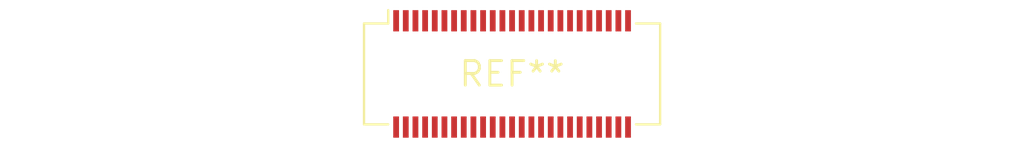
<source format=kicad_pcb>
(kicad_pcb (version 20240108) (generator pcbnew)
  (layers (0 "F.Cu" signal) (31 "B.Cu" signal) (34 "B.Paste" user) (35 "F.Paste" user) (36 "B.SilkS" user "B.Silkscreen") (37 "F.SilkS" user "F.Silkscreen") (38 "B.Mask" user) (39 "F.Mask" user) (44 "Edge.Cuts" user))
  (net 0 "")
  (footprint "Molex_SlimStack_54722-0504_2x25_P0.50mm_Vertical" (layer "F.Cu") (at 0 0)
    (property "Reference" "REF**")
    (property "Value" "Molex_SlimStack_54722-0504_2x25_P0.50mm_Vertical")
    (fp_line (start -7.66 -2.61) (end -6.41 -2.61) (layer "F.SilkS") (stroke (width 0.12)))
    (fp_line (start -7.66 2.61) (end -7.66 -2.61) (layer "F.SilkS") (stroke (width 0.12)))
    (fp_line (start -6.41 -2.61) (end -6.41 -3.3) (layer "F.SilkS") (stroke (width 0.12)))
    (fp_line (start -6.41 2.61) (end -7.66 2.61) (layer "F.SilkS") (stroke (width 0.12)))
    (fp_line (start 6.41 2.61) (end 7.66 2.61) (layer "F.SilkS") (stroke (width 0.12)))
    (fp_line (start 7.66 -2.61) (end 6.41 -2.61) (layer "F.SilkS") (stroke (width 0.12)))
    (fp_line (start 7.66 2.61) (end 7.66 -2.61) (layer "F.SilkS") (stroke (width 0.12)))
    (pad "1" smd rect (at -6 -2.75) (size 0.3 1.1) (layers "F.Cu" "F.Paste" "F.Mask"))
    (pad "2" smd rect (at -6 2.75) (size 0.3 1.1) (layers "F.Cu" "F.Paste" "F.Mask"))
    (pad "3" smd rect (at -5.5 -2.75) (size 0.3 1.1) (layers "F.Cu" "F.Paste" "F.Mask"))
    (pad "4" smd rect (at -5.5 2.75) (size 0.3 1.1) (layers "F.Cu" "F.Paste" "F.Mask"))
    (pad "5" smd rect (at -5 -2.75) (size 0.3 1.1) (layers "F.Cu" "F.Paste" "F.Mask"))
    (pad "6" smd rect (at -5 2.75) (size 0.3 1.1) (layers "F.Cu" "F.Paste" "F.Mask"))
    (pad "7" smd rect (at -4.5 -2.75) (size 0.3 1.1) (layers "F.Cu" "F.Paste" "F.Mask"))
    (pad "8" smd rect (at -4.5 2.75) (size 0.3 1.1) (layers "F.Cu" "F.Paste" "F.Mask"))
    (pad "9" smd rect (at -4 -2.75) (size 0.3 1.1) (layers "F.Cu" "F.Paste" "F.Mask"))
    (pad "10" smd rect (at -4 2.75) (size 0.3 1.1) (layers "F.Cu" "F.Paste" "F.Mask"))
    (pad "11" smd rect (at -3.5 -2.75) (size 0.3 1.1) (layers "F.Cu" "F.Paste" "F.Mask"))
    (pad "12" smd rect (at -3.5 2.75) (size 0.3 1.1) (layers "F.Cu" "F.Paste" "F.Mask"))
    (pad "13" smd rect (at -3 -2.75) (size 0.3 1.1) (layers "F.Cu" "F.Paste" "F.Mask"))
    (pad "14" smd rect (at -3 2.75) (size 0.3 1.1) (layers "F.Cu" "F.Paste" "F.Mask"))
    (pad "15" smd rect (at -2.5 -2.75) (size 0.3 1.1) (layers "F.Cu" "F.Paste" "F.Mask"))
    (pad "16" smd rect (at -2.5 2.75) (size 0.3 1.1) (layers "F.Cu" "F.Paste" "F.Mask"))
    (pad "17" smd rect (at -2 -2.75) (size 0.3 1.1) (layers "F.Cu" "F.Paste" "F.Mask"))
    (pad "18" smd rect (at -2 2.75) (size 0.3 1.1) (layers "F.Cu" "F.Paste" "F.Mask"))
    (pad "19" smd rect (at -1.5 -2.75) (size 0.3 1.1) (layers "F.Cu" "F.Paste" "F.Mask"))
    (pad "20" smd rect (at -1.5 2.75) (size 0.3 1.1) (layers "F.Cu" "F.Paste" "F.Mask"))
    (pad "21" smd rect (at -1 -2.75) (size 0.3 1.1) (layers "F.Cu" "F.Paste" "F.Mask"))
    (pad "22" smd rect (at -1 2.75) (size 0.3 1.1) (layers "F.Cu" "F.Paste" "F.Mask"))
    (pad "23" smd rect (at -0.5 -2.75) (size 0.3 1.1) (layers "F.Cu" "F.Paste" "F.Mask"))
    (pad "24" smd rect (at -0.5 2.75) (size 0.3 1.1) (layers "F.Cu" "F.Paste" "F.Mask"))
    (pad "25" smd rect (at 0 -2.75) (size 0.3 1.1) (layers "F.Cu" "F.Paste" "F.Mask"))
    (pad "26" smd rect (at 0 2.75) (size 0.3 1.1) (layers "F.Cu" "F.Paste" "F.Mask"))
    (pad "27" smd rect (at 0.5 -2.75) (size 0.3 1.1) (layers "F.Cu" "F.Paste" "F.Mask"))
    (pad "28" smd rect (at 0.5 2.75) (size 0.3 1.1) (layers "F.Cu" "F.Paste" "F.Mask"))
    (pad "29" smd rect (at 1 -2.75) (size 0.3 1.1) (layers "F.Cu" "F.Paste" "F.Mask"))
    (pad "30" smd rect (at 1 2.75) (size 0.3 1.1) (layers "F.Cu" "F.Paste" "F.Mask"))
    (pad "31" smd rect (at 1.5 -2.75) (size 0.3 1.1) (layers "F.Cu" "F.Paste" "F.Mask"))
    (pad "32" smd rect (at 1.5 2.75) (size 0.3 1.1) (layers "F.Cu" "F.Paste" "F.Mask"))
    (pad "33" smd rect (at 2 -2.75) (size 0.3 1.1) (layers "F.Cu" "F.Paste" "F.Mask"))
    (pad "34" smd rect (at 2 2.75) (size 0.3 1.1) (layers "F.Cu" "F.Paste" "F.Mask"))
    (pad "35" smd rect (at 2.5 -2.75) (size 0.3 1.1) (layers "F.Cu" "F.Paste" "F.Mask"))
    (pad "36" smd rect (at 2.5 2.75) (size 0.3 1.1) (layers "F.Cu" "F.Paste" "F.Mask"))
    (pad "37" smd rect (at 3 -2.75) (size 0.3 1.1) (layers "F.Cu" "F.Paste" "F.Mask"))
    (pad "38" smd rect (at 3 2.75) (size 0.3 1.1) (layers "F.Cu" "F.Paste" "F.Mask"))
    (pad "39" smd rect (at 3.5 -2.75) (size 0.3 1.1) (layers "F.Cu" "F.Paste" "F.Mask"))
    (pad "40" smd rect (at 3.5 2.75) (size 0.3 1.1) (layers "F.Cu" "F.Paste" "F.Mask"))
    (pad "41" smd rect (at 4 -2.75) (size 0.3 1.1) (layers "F.Cu" "F.Paste" "F.Mask"))
    (pad "42" smd rect (at 4 2.75) (size 0.3 1.1) (layers "F.Cu" "F.Paste" "F.Mask"))
    (pad "43" smd rect (at 4.5 -2.75) (size 0.3 1.1) (layers "F.Cu" "F.Paste" "F.Mask"))
    (pad "44" smd rect (at 4.5 2.75) (size 0.3 1.1) (layers "F.Cu" "F.Paste" "F.Mask"))
    (pad "45" smd rect (at 5 -2.75) (size 0.3 1.1) (layers "F.Cu" "F.Paste" "F.Mask"))
    (pad "46" smd rect (at 5 2.75) (size 0.3 1.1) (layers "F.Cu" "F.Paste" "F.Mask"))
    (pad "47" smd rect (at 5.5 -2.75) (size 0.3 1.1) (layers "F.Cu" "F.Paste" "F.Mask"))
    (pad "48" smd rect (at 5.5 2.75) (size 0.3 1.1) (layers "F.Cu" "F.Paste" "F.Mask"))
    (pad "49" smd rect (at 6 -2.75) (size 0.3 1.1) (layers "F.Cu" "F.Paste" "F.Mask"))
    (pad "50" smd rect (at 6 2.75) (size 0.3 1.1) (layers "F.Cu" "F.Paste" "F.Mask"))
  )
)
</source>
